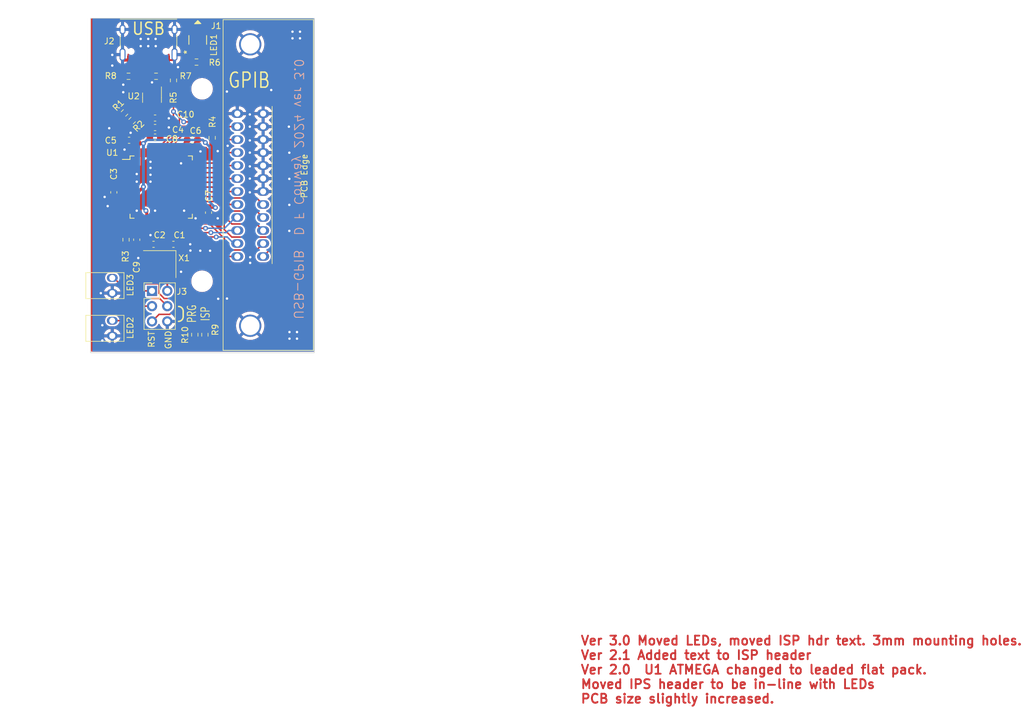
<source format=kicad_pcb>
(kicad_pcb (version 20240108) (generator "pcbnew") (generator_version "8.0")
  (title_block (title "USB - GPIB Adapter") (date "5 Nov 2024") (rev "C"))
  (layers (0 "F.Cu" signal) (31 "B.Cu" signal) (34 "B.Paste" user) (35 "F.Paste" user) (36 "B.SilkS" user "B.Silkscreen") (37 "F.SilkS" user "F.Silkscreen") (38 "B.Mask" user) (39 "F.Mask" user) (44 "Edge.Cuts" user))
  (net 0 "")
  (net 1 "GND")
  (net 8 "USB_D-")
  (net 9 "USB_D+")
  (net 10 "UCAP")
  (net 11 "VBUS")
  (net 12 "~{RESET}")
  (net 13 "XTAL2")
  (net 14 "XTAL1")
  (net 15 "DIO1")
  (net 16 "DIO2")
  (net 17 "DIO3")
  (net 18 "DIO4")
  (net 19 "EOI")
  (net 20 "DAV")
  (net 21 "NRFD")
  (net 22 "NDAC")
  (net 23 "IFC")
  (net 24 "SRQ")
  (net 25 "ATN")
  (net 26 "DIO5")
  (net 27 "DIO6")
  (net 28 "DIO7")
  (net 29 "DIO8")
  (net 30 "REN")
  (net 31 "CIPO")
  (net 32 "SCLK")
  (net 33 "COPI")
  (net 38 "/LED_GRN")
  (net 39 "/LED_RED")
  (net 40 "LED_G")
  (net 41 "LED_R")
  (net 42 "USB_R+")
  (net 43 "USB_R-")
  (net 44 "/CC1")
  (net 45 "/CC2")
  (net 46 "/LED_GR")
  (net 47 "/LED_RD")
  (footprint "Capacitor_SMD:C_0603_1608Metric_Pad1.08x0.95mm_HandSolder" (layer "F.Cu") (at 106.934 101.854)
    (property "Reference" "C2")
    (property "Value" "22pF")
  )
  (footprint "Resistor_SMD:R_0603_1608Metric_Pad0.98x0.95mm_HandSolder" (layer "F.Cu") (at 113.792 116.8908 -90)
    (property "Reference" "R10")
    (property "Value" "470R")
  )
  (footprint "Capacitor_SMD:C_0603_1608Metric_Pad1.08x0.95mm_HandSolder" (layer "F.Cu") (at 113.375 84.5 180)
    (property "Reference" "C6")
    (property "Value" "100n")
  )
  (footprint "Resistor_SMD:R_0603_1608Metric_Pad0.98x0.95mm_HandSolder" (layer "F.Cu") (at 107.35 73.914 180)
    (property "Reference" "R7")
    (property "Value" "5k1")
  )
  (footprint "Resistor_SMD:R_0603_1608Metric_Pad0.98x0.95mm_HandSolder" (layer "F.Cu") (at 102.775 73.914 180)
    (property "Reference" "R8")
    (property "Value" "5k1")
  )
  (footprint "Resistor_SMD:R_0603_1608Metric_Pad0.98x0.95mm_HandSolder" (layer "F.Cu") (at 115.4684 116.8927 -90)
    (property "Reference" "R9")
    (property "Value" "470R")
  )
  (footprint "Capacitor_SMD:C_0603_1608Metric_Pad1.08x0.95mm_HandSolder" (layer "F.Cu") (at 102.87 84.55 180)
    (property "Reference" "C5")
    (property "Value" "100n")
  )
  (footprint "MountingHole:MountingHole_2.7mm_M2.5_DIN965" (layer "F.Cu") (at 115 108.0008)
    (property "Reference" "H1" (hide yes))
    (property "Value" "MountingHole")
  )
  (footprint "Resistor_SMD:R_0603_1608Metric_Pad0.98x0.95mm_HandSolder" (layer "F.Cu") (at 102.108 80.01 -135)
    (property "Reference" "R1")
    (property "Value" "22R")
  )
  (footprint "Package_QFP:TQFP-44_10x10mm_P0.8mm" (layer "F.Cu") (at 108.204 92.34)
    (property "Reference" "U1")
    (property "Value" "ATmega32U4-M")
  )
  (footprint "MountingHole:MountingHole_2.7mm_M2.5_DIN965" (layer "F.Cu") (at 115 75.9968)
    (property "Reference" "H2" (hide yes))
    (property "Value" "MountingHole")
  )
  (footprint "LED_THT:LED_D3.0_Horizontal_Dialight_Z5mm" (layer "F.Cu") (at 100.076 115.834 -90)
    (property "Reference" "LED2")
    (property "Value" "551-0207F")
  )
  (footprint "Capacitor_SMD:C_0603_1608Metric_Pad1.08x0.95mm_HandSolder" (layer "F.Cu") (at 107.188 82.44)
    (property "Reference" "C4")
    (property "Value" "10u")
  )
  (footprint "Resistor_SMD:R_0603_1608Metric_Pad0.98x0.95mm_HandSolder" (layer "F.Cu") (at 103.378 81.28 -135)
    (property "Reference" "R2")
    (property "Value" "22R")
  )
  (footprint "Capacitor_SMD:C_0603_1608Metric_Pad1.08x0.95mm_HandSolder" (layer "F.Cu") (at 107.188 84.02)
    (property "Reference" "C8")
    (property "Value" "100n")
  )
  (footprint "Resistor_SMD:R_0603_1608Metric_Pad0.98x0.95mm_HandSolder" (layer "F.Cu") (at 114.075 71.55)
    (property "Reference" "R6")
    (property "Value" "470R")
  )
  (footprint "Connector_USB:USB_C_Receptacle_HRO_TYPE-C-31-M-12" (layer "F.Cu") (at 106.1 67.175 180)
    (property "Reference" "J2")
    (property "Value" "USB_C_Receptacle_USB2.0")
  )
  (footprint "LED_THT:LED_D3.0_Horizontal_Dialight_Z5mm" (layer "F.Cu") (at 100.076 108.722 -90)
    (property "Reference" "LED3")
    (property "Value" "551-0407F")
  )
  (footprint "myfootprints:112-024-113R001" (layer "F.Cu") (at 123 92 90)
    (property "Reference" "J1")
    (property "Value" "Conn_02x12_Top_Bottom_Shielded")
  )
  (footprint "Capacitor_SMD:C_0603_1608Metric_Pad1.08x0.95mm_HandSolder" (layer "F.Cu") (at 116.078 96.59 -90)
    (property "Reference" "C7")
    (property "Value" "100n")
  )
  (footprint "Capacitor_SMD:C_0603_1608Metric_Pad1.08x0.95mm_HandSolder" (layer "F.Cu") (at 110.236 101.854 180)
    (property "Reference" "C1")
    (property "Value" "22pF")
  )
  (footprint "LED_SMD:HSMF-C155" (layer "F.Cu") (at 114.28 67.87 90)
    (property "Reference" "LED1")
    (property "Value" "HSMF-C155" (hide yes))
  )
  (footprint "Capacitor_SMD:C_0603_1608Metric_Pad1.08x0.95mm_HandSolder" (layer "F.Cu") (at 107.188 80.86)
    (property "Reference" "C10")
    (property "Value" "100n")
  )
  (footprint "Package_TO_SOT_SMD:SOT-23-6" (layer "F.Cu") (at 106.68 77.47 -90)
    (property "Reference" "U2")
    (property "Value" "USBLC6-4SC6")
  )
  (footprint "Crystal:Crystal_SMD_3225-4Pin_3.2x2.5mm_HandSoldering" (layer "F.Cu") (at 107.95 105.156 180)
    (property "Reference" "X1")
    (property "Value" "Crystal | 16MHz")
  )
  (footprint "Capacitor_SMD:C_0603_1608Metric_Pad1.08x0.95mm_HandSolder" (layer "F.Cu") (at 104.14 101.092 -90)
    (property "Reference" "C9")
    (property "Value" "100n")
  )
  (footprint "Connector_PinHeader_2.54mm:PinHeader_2x03_P2.54mm_Vertical" (layer "F.Cu") (at 106.68 109.601)
    (property "Reference" "J3")
    (property "Value" "AVR-ISP-6")
  )
  (footprint "Resistor_SMD:R_0603_1608Metric_Pad0.98x0.95mm_HandSolder" (layer "F.Cu") (at 102.362 101.092 90)
    (property "Reference" "R3")
    (property "Value" "2k2")
  )
  (footprint "Capacitor_SMD:C_0603_1608Metric_Pad1.08x0.95mm_HandSolder" (layer "F.Cu") (at 100.33 93.218 -90)
    (property "Reference" "C3")
    (property "Value" "1u")
  )
  (footprint "Resistor_SMD:R_0603_1608Metric_Pad0.98x0.95mm_HandSolder" (layer "F.Cu") (at 116.675 84.15 -90)
    (property "Reference" "R4")
    (property "Value" "100k")
  )
  (footprint "Resistor_SMD:R_0603_1608Metric_Pad0.98x0.95mm_HandSolder" (layer "F.Cu") (at 110.25 74.6 90)
    (property "Reference" "R5")
    (property "Value" "470R")
  )
  (gr_arc (start 111.861472 113.894096) (mid 111.633015 114.445639) (end 111.081472 114.674096) (stroke (width 0.25)) (layer "F.SilkS"))
  (gr_arc (start 111.101472 112.198704) (mid 111.64022 112.434097) (end 111.861728 112.978704) (stroke (width 0.25)) (layer "F.SilkS"))
  (gr_line (start 111.861728 112.978704) (end 111.861472 113.894096) (stroke (width 0.25)) (layer "F.SilkS"))
  (gr_rect (start 96.4595 64.262) (end 133.6645 119.888) (stroke (width 0.1)) (fill none) (layer "Edge.Cuts"))
  (gr_text "Ver 3.0 Moved LEDs, moved ISP hdr text. 3mm mounting holes.\nVer 2.1 Added text to ISP header\nVer 2.0  U1 ATMEGA changed to leaded flat pack.\nMoved IPS header to be in-line with LEDs\nPCB size slightly increased." (at 177.8 172.593 0) (layer "F.Cu") (effects (font (size 1.5 1.5) (thickness 0.3)) (justify left)))
  (gr_text "D F Conway 2024 ver 3.0" (at 131.064 85.6996 270) (layer "B.SilkS") (effects (font (size 1.5 1.5)) (justify mirror)))
  (gr_text "USB-GPIB" (at 131.0132 108.5596 -90) (layer "B.SilkS") (effects (font (size 1.5 1.5)) (justify mirror)))
  (gr_text "GPIB" (at 122.825 74.575 0) (layer "F.SilkS") (effects (font (size 2.5 2) (thickness 0.25))))
  (gr_text "USB" (at 106.1 66 0) (layer "F.SilkS") (effects (font (size 2 1.8) (thickness 0.25))))
  (gr_text "RST" (at 107.188 119.126 90) (layer "F.SilkS") (effects (font (size 1 1)) (justify left bottom)))
  (gr_text "GND" (at 109.982 119.38 90) (layer "F.SilkS") (effects (font (size 1 1)) (justify left bottom)))
  (gr_text "PRG\nISP" (at 114.427 113.411 90) (layer "F.SilkS") (effects (font (size 1.4 1))))
  (segment (start 113.075 102.885) (end 113.06 102.9) (width 0.3) (layer "F.Cu") (net 1))
  (segment (start 102.85 71.22) (end 101.78 71.22) (width 0.3) (layer "F.Cu") (net 1))
  (segment (start 101.8625 73.725) (end 101.9 73.7625) (width 0.25) (layer "F.Cu") (net 1))
  (segment (start 111.404 85.6085) (end 112.5125 84.5) (width 0.25) (layer "F.Cu") (net 1))
  (segment (start 106.68 76.3775) (end 106.67 76.3875) (width 0.25) (layer "F.Cu") (net 1))
  (segment (start 109.35 71.22) (end 110.42 71.22) (width 0.3) (layer "F.Cu") (net 1))
  (segment (start 111.404 86.64) (end 111.404 85.6085) (width 0.25) (layer "F.Cu") (net 1))
  (segment (start 106.68 74.93) (end 106.4375 74.6875) (width 0.25) (layer "F.Cu") (net 1))
  (segment (start 110.42 71.22) (end 110.42 70.305) (width 0.3) (layer "F.Cu") (net 1))
  (segment (start 101.9 73.7625) (end 101.9 75.3125) (width 0.25) (layer "F.Cu") (net 1))
  (segment (start 101.78 71.22) (end 101.78 70.305) (width 0.3) (layer "F.Cu") (net 1))
  (segment (start 106.4375 74.6875) (end 106.4375 73.7) (width 0.25) (layer "F.Cu") (net 1))
  (via (at 101.9 75.3125) (size 0.8) (drill 0.4) (layers "F.Cu" "B.Cu") (net 1))
  (via (at 106.68 74.93) (size 0.8) (drill 0.4) (layers "F.Cu" "B.Cu") (net 1))
  (via (at 122.936 88.9) (size 0.8) (drill 0.4) (layers "F.Cu" "B.Cu") (net 1))
  (via (at 129.5 95.3) (size 0.8) (drill 0.4) (layers "F.Cu" "B.Cu") (net 1))
  (via (at 131.275 67.6) (size 0.8) (drill 0.4) (layers "F.Cu" "B.Cu") (net 1))
  (via (at 130.775 117.55) (size 0.8) (drill 0.4) (layers "F.Cu" "B.Cu") (net 1))
  (via (at 100.076 70.358) (size 0.8) (drill 0.4) (layers "F.Cu" "B.Cu") (net 1))
  (via (at 104.8 67.7) (size 0.8) (drill 0.4) (layers "F.Cu" "B.Cu") (net 1))
  (via (at 99.314 95.504) (size 0.8) (drill 0.4) (layers "F.Cu" "B.Cu") (net 1))
  (via (at 106.426 100.33) (size 0.8) (drill 0.4) (layers "F.Cu" "B.Cu") (net 1))
  (via (at 107.275 67.7) (size 0.8) (drill 0.4) (layers "F.Cu" "B.Cu") (net 1))
  (via (at 109.474 82.42) (size 0.8) (drill 0.4) (layers "F.Cu" "B.Cu") (net 1))
  (via (at 114.73 86.41) (size 0.8) (drill 0.4) (layers "F.Cu" "B.Cu") (net 1))
  (via (at 129.525 116.45) (size 0.8) (drill 0.4) (layers "F.Cu" "B.Cu") (net 1))
  (via (at 106.05 67.7) (size 0.8) (drill 0.4) (layers "F.Cu" "B.Cu") (net 1))
  (via (at 103.124 83.312) (size 0.8) (drill 0.4) (layers "F.Cu" "B.Cu") (net 1))
  (via (at 113.919 97.536) (size 0.8) (drill 0.4) (layers "F.Cu" "B.Cu") (net 1))
  (via (at 106.05 68.9) (size 0.8) (drill 0.4) (layers "F.Cu" "B.Cu") (net 1))
  (via (at 122.936 84.582) (size 0.8) (drill 0.4) (layers "F.Cu" "B.Cu") (net 1))
  (via (at 106.426 88.138) (size 0.8) (drill 0.4) (layers "F.Cu" "B.Cu") (net 1))
  (via (at 122.936 90.932) (size 0.8) (drill 0.4) (layers "F.Cu" "B.Cu") (net 1))
  (via (at 106.426 90.297) (size 0.8) (drill 0.4) (layers "F.Cu" "B.Cu") (net 1))
  (via (at 130.025 66.5) (size 0.8) (drill 0.4) (layers "F.Cu" "B.Cu") (net 1))
  (via (at 112.014 96.266) (size 0.8) (drill 0.4) (layers "F.Cu" "B.Cu") (net 1))
  (via (at 100.076 72.136) (size 0.8) (drill 0.4) (layers "F.Cu" "B.Cu") (net 1))
  (via (at 110.998 72.39) (size 0.8) (drill 0.4) (layers "F.Cu" "B.Cu") (net 1))
  (via (at 104.8 68.9) (size 0.8) (drill 0.4) (layers "F.Cu" "B.Cu") (net 1))
  (via (at 129.5 86.625) (size 0.8) (drill 0.4) (layers "F.Cu" "B.Cu") (net 1))
  (via (at 98.171 109.982) (size 0.8) (drill 0.4) (layers "F.Cu" "B.Cu") (net 1))
  (via (at 119.253 85.471) (size 0.8) (drill 0.4) (layers "F.Cu" "B.Cu") (net 1))
  (via (at 126.492 76.2) (size 0.8) (drill 0.4) (layers "F.Cu" "B.Cu") (net 1))
  (via (at 113.06 102.9) (size 0.8) (drill 0.4) (layers "F.Cu" "B.Cu") (net 1))
  (via (at 107.188 96.266) (size 0.8) (drill 0.4) (layers "F.Cu" "B.Cu") (net 1))
  (via (at 101.9 76.5625) (size 0.8) (drill 0.4) (layers "F.Cu" "B.Cu") (net 1))
  (via (at 114.7 102.925) (size 0.8) (drill 0.4) (layers "F.Cu" "B.Cu") (net 1))
  (via (at 123 104) (size 0.8) (drill 0.4) (layers "F.Cu" "B.Cu") (net 1))
  (via (at 122.936 93.218) (size 0.8) (drill 0.4) (layers "F.Cu" "B.Cu") (net 1))
  (via (at 119.14 110.88) (size 0.8) (drill 0.4) (layers "F.Cu" "B.Cu") (net 1))
  (via (at 122.936 86.614) (size 0.8) (drill 0.4) (layers "F.Cu" "B.Cu") (net 1))
  (via (at 104.14 96.266) (size 0.8) (drill 0.4) (layers "F.Cu" "B.Cu") (net 1))
  (via (at 122.936 80.264) (size 0.8) (drill 0.4) (layers "F.Cu" "B.Cu") (net 1))
  (via (at 116.332 102.925) (size 0.8) (drill 0.4) (layers "F.Cu" "B.Cu") (net 1))
  (via (at 106.426 91.44) (size 0.8) (drill 0.4) (layers "F.Cu" "B.Cu") (net 1))
  (via (at 104.14 90.17) (size 0.8) (drill 0.4) (layers "F.Cu" "B.Cu") (net 1))
  (via (at 106.426 89.154) (size 0.8) (drill 0.4) (layers "F.Cu" "B.Cu") (net 1))
  (via (at 117.602 86.36) (size 0.8) (drill 0.4) (layers "F.Cu" "B.Cu") (net 1))
  (via (at 98.425 117.856) (size 0.8) (drill 0.4) (layers "F.Cu" "B.Cu") (net 1))
  (via (at 98.425 115.316) (size 0.8) (drill 0.4) (layers "F.Cu" "B.Cu") (net 1))
  (via (at 99.568 82.55) (size 0.8) (drill 0.4) (layers "F.Cu" "B.Cu") (net 1))
  (via (at 111.506 106.426) (size 0.8) (drill 0.4) (layers "F.Cu" "B.Cu") (net 1))
  (via (at 122.99 104.95) (size 0.8) (drill 0.4) (layers "F.Cu" "B.Cu") (net 1))
  (via (at 131.275 66.5) (size 0.8) (drill 0.4) (layers "F.Cu" "B.Cu") (net 1))
  (via (at 117.68 110.92) (size 0.8) (drill 0.4) (layers "F.Cu" "B.Cu") (net 1))
  (via (at 113.03 101.854) (size 0.8) (drill 0.4) (layers "F.Cu" "B.Cu") (net 1))
  (via (at 111.506 88.392) (size 0.8) (drill 0.4) (layers "F.Cu" "B.Cu") (net 1))
  (via (at 117.602 97.536) (size 0.8) (drill 0.4) (layers "F.Cu" "B.Cu") (net 1))
  (via (at 129.525 117.55) (size 0.8) (drill 0.4) (layers "F.Cu" "B.Cu") (net 1))
  (via (at 129.5 90.975) (size 0.8) (drill 0.4) (layers "F.Cu" "B.Cu") (net 1))
  (via (at 102.108 86.106) (size 0.8) (drill 0.4) (layers "F.Cu" "B.Cu") (net 1))
  (via (at 130.775 116.45) (size 0.8) (drill 0.4) (layers "F.Cu" "B.Cu") (net 1))
  (via (at 109.474 80.9) (size 0.8) (drill 0.4) (layers "F.Cu" "B.Cu") (net 1))
  (via (at 98.806 93.98) (size 0.8) (drill 0.4) (layers "F.Cu" "B.Cu") (net 1))
  (via (at 119.126 76.454) (size 0.8) (drill 0.4) (layers "F.Cu" "B.Cu") (net 1))
  (via (at 130.025 67.6) (size 0.8) (drill 0.4) (layers "F.Cu" "B.Cu") (net 1))
  (via (at 122.936 82.296) (size 0.8) (drill 0.4) (layers "F.Cu" "B.Cu") (net 1))
  (via (at 107.3 68.9) (size 0.8) (drill 0.4) (layers "F.Cu" "B.Cu") (net 1))
  (via (at 129.425 82.296) (size 0.8) (drill 0.4) (layers "F.Cu" "B.Cu") (net 1))
  (via (at 104.14 91.44) (size 0.8) (drill 0.4) (layers "F.Cu" "B.Cu") (net 1))
  (via (at 129.5 99.625) (size 0.8) (drill 0.4) (layers "F.Cu" "B.Cu") (net 1))
  (via (at 104.394 104.14) (size 0.8) (drill 0.4) (layers "F.Cu" "B.Cu") (net 1))
  (segment (start 100.476 89.242314) (end 101.173686 89.94) (width 0.2) (layer "F.Cu") (net 8))
  (segment (start 101.173686 89.94) (end 102.504 89.94) (width 0.2) (layer "F.Cu") (net 8))
  (segment (start 100.476 84.182) (end 100.476 89.242314) (width 0.2) (layer "F.Cu") (net 8))
  (segment (start 102.732765 81.925235) (end 100.476 84.182) (width 0.2) (layer "F.Cu") (net 8))
  (segment (start 100.076 89.407999) (end 100.076 84.016314) (width 0.2) (layer "F.Cu") (net 9))
  (segment (start 100.838 83.254314) (end 100.838 81.28) (width 0.2) (layer "F.Cu") (net 9))
  (segment (start 102.504 90.74) (end 101.408 90.74) (width 0.2) (layer "F.Cu") (net 9))
  (segment (start 101.408 90.74) (end 100.076 89.407999) (width 0.2) (layer "F.Cu") (net 9))
  (segment (start 100.076 84.016314) (end 100.838 83.254314) (width 0.2) (layer "F.Cu") (net 9))
  (segment (start 100.838 81.28) (end 101.462765 80.655235) (width 0.2) (layer "F.Cu") (net 9))
  (segment (start 102.504 92.34) (end 100.3455 92.34) (width 0.3) (layer "F.Cu") (net 10))
  (segment (start 100.3455 92.34) (end 100.33 92.3555) (width 0.3) (layer "F.Cu") (net 10))
  (segment (start 108.55 72.2) (end 108.55 71.22) (width 0.5) (layer "F.Cu") (net 11))
  (segment (start 116.110362 95.759862) (end 115.8905 95.54) (width 0.4) (layer "F.Cu") (net 11))
  (segment (start 105.804 96.406) (end 105.664 96.266) (width 0.5) (layer "F.Cu") (net 11))
  (segment (start 103.65 70.575) (end 104.5 69.725) (width 0.25) (layer "F.Cu") (net 11))
  (segment (start 106.3255 82.44) (end 106.3255 84.02) (width 0.5) (layer "F.Cu") (net 11))
  (segment (start 105.157 107.951) (end 108.713 107.951) (width 0.3) (layer "F.Cu") (net 11))
  (segment (start 108.713 107.951) (end 109.22 108.458) (width 0.3) (layer "F.Cu") (net 11))
  (segment (start 104.204 86.64) (end 104.204 85.64) (width 0.5) (layer "F.Cu") (net 11))
  (segment (start 104.754 85.09) (end 105.25 85.09) (width 0.5) (layer "F.Cu") (net 11))
  (segment (start 104.204 85.64) (end 104.754 85.09) (width 0.5) (layer "F.Cu") (net 11))
  (segment (start 102.362 105.156) (end 105.157 107.951) (width 0.3) (layer "F.Cu") (net 11))
  (segment (start 104.14 100.2295) (end 104.7485 100.2295) (width 0.3) (layer "F.Cu") (net 11))
  (segment (start 112.204 86.5335) (end 114.2375 84.5) (width 0.25) (layer "F.Cu") (net 11))
  (segment (start 105.25 85.09) (end 105.2555 85.09) (width 0.4) (layer "F.Cu") (net 11))
  (segment (start 104.406 93.14) (end 105.25 92.296) (width 0.5) (layer "F.Cu") (net 11))
  (segment (start 106.68 78.6075) (end 106.68 79.72) (width 0.5) (layer "F.Cu") (net 11))
  (segment (start 105.804 99.174) (end 105.804 98.04) (width 0.3) (layer "F.Cu") (net 11))
  (segment (start 115.5375 84.9375) (end 115.1 84.5) (width 0.4) (layer "F.Cu") (net 11))
  (segment (start 102.362 102.0045) (end 102.365 102.0045) (width 0.25) (layer "F.Cu") (net 11))
  (segment (start 117.210076 95.759862) (end 116.110362 95.759862) (width 0.4) (layer "F.Cu") (net 11))
  (segment (start 102.504 93.14) (end 104.406 93.14) (width 0.5) (layer "F.Cu") (net 11))
  (segment (start 109.25 79.218) (end 109.25 72.9) (width 0.5) (layer "F.Cu") (net 11))
  (segment (start 115.8905 95.54) (end 113.904 95.54) (width 0.4) (layer "F.Cu") (net 11))
  (segment (start 103.65 71.22) (end 103.65 70.575) (width 0.25) (layer "F.Cu") (net 11))
  (segment (start 104.902 85.09) (end 104.362 84.55) (width 0.4) (layer "F.Cu") (net 11))
  (segment (start 106.68 79.72) (end 108.748 79.72) (width 0.5) (layer "F.Cu") (net 11))
  (segment (start 102.365 102.0045) (end 104.14 100.2295) (width 0.3) (layer "F.Cu") (net 11))
  (segment (start 102.362 102.0045) (end 102.362 105.156) (width 0.3) (layer "F.Cu") (net 11))
  (segment (start 104.5 69.725) (end 107.7 69.725) (width 0.25) (layer "F.Cu") (net 11))
  (segment (start 106.3255 80.1105) (end 106.3255 80.86) (width 0.5) (layer "F.Cu") (net 11))
  (segment (start 105.25 85.09) (end 104.902 85.09) (width 0.4) (layer "F.Cu") (net 11))
  (segment (start 108.55 70.575) (end 108.55 71.22) (width 0.25) (layer "F.Cu") (net 11))
  (segment (start 106.3255 80.86) (end 106.3255 82.44) (width 0.5) (layer "F.Cu") (net 11))
  (segment (start 105.804 98.04) (end 105.804 96.406) (width 0.5) (layer "F.Cu") (net 11))
  (segment (start 103.646 89.14) (end 104.204 88.582) (width 0.5) (layer "F.Cu") (net 11))
  (segment (start 115.1 84.5) (end 114.2375 84.5) (width 0.4) (layer "F.Cu") (net 11))
  (segment (start 107.7 69.725) (end 108.55 70.575) (width 0.25) (layer "F.Cu") (net 11))
  (segment (start 105.2555 85.09) (end 106.3255 84.02) (width 0.4) (layer "F.Cu") (net 11))
  (segment (start 104.7485 100.2295) (end 105.804 99.174) (width 0.3) (layer "F.Cu") (net 11))
  (segment (start 106.68 79.72) (end 106.68 79.756) (width 0.5) (layer "F.Cu") (net 11))
  (segment (start 104.204 88.582) (end 104.204 86.64) (width 0.5) (layer "F.Cu") (net 11))
  (segment (start 104.362 84.55) (end 103.7325 84.55) (width 0.4) (layer "F.Cu") (net 11))
  (segment (start 109.25 72.9) (end 108.55 72.2) (width 0.5) (layer "F.Cu") (net 11))
  (segment (start 108.748 79.72) (end 109.25 79.218) (width 0.5) (layer "F.Cu") (net 11))
  (segment (start 112.204 86.64) (end 112.204 86.5335) (width 0.25) (layer "F.Cu") (net 11))
  (segment (start 102.504 89.14) (end 103.646 89.14) (width 0.5) (layer "F.Cu") (net 11))
  (segment (start 106.68 79.756) (end 106.3255 80.1105) (width 0.5) (layer "F.Cu") (net 11))
  (segment (start 109.22 108.458) (end 109.22 109.601) (width 0.3) (layer "F.Cu") (net 11))
  (via (at 105.25 92.296) (size 0.8) (drill 0.4) (layers "F.Cu" "B.Cu") (net 11))
  (via (at 105.664 96.266) (size 0.8) (drill 0.4) (layers "F.Cu" "B.Cu") (net 11))
  (via (at 117.210076 95.759862) (size 0.8) (drill 0.4) (layers "F.Cu" "B.Cu") (net 11))
  (via (at 115.5375 84.9375) (size 0.8) (drill 0.4) (layers "F.Cu" "B.Cu") (net 11))
  (via (at 105.25 85.09) (size 0.8) (drill 0.4) (layers "F.Cu" "B.Cu") (net 11))
  (segment (start 105.25 92.296) (end 105.25 95.852) (width 0.5) (layer "B.Cu") (net 11))
  (segment (start 116.25 85.65) (end 115.5375 84.9375) (width 0.4) (layer "B.Cu") (net 11))
  (segment (start 117.210076 95.759862) (end 116.25 94.799786) (width 0.4) (layer "B.Cu") (net 11))
  (segment (start 105.25 95.852) (end 105.664 96.266) (width 0.5) (layer "B.Cu") (net 11))
  (segment (start 105.25 85.09) (end 105.84 84.5) (width 0.4) (layer "B.Cu") (net 11))
  (segment (start 116.25 94.799786) (end 116.25 85.65) (width 0.4) (layer "B.Cu") (net 11))
  (segment (start 105.84 84.5) (end 115.1 84.5) (width 0.4) (layer "B.Cu") (net 11))
  (segment (start 105.25 85.09) (end 105.25 92.296) (width 0.5) (layer "B.Cu") (net 11))
  (segment (start 115.1 84.5) (end 115.5375 84.9375) (width 0.4) (layer "B.Cu") (net 11))
  (segment (start 107.855 108.426) (end 107.855 110.014) (width 0.25) (layer "F.Cu") (net 12))
  (segment (start 101.346 104.900604) (end 104.871396 108.426) (width 0.25) (layer "F.Cu") (net 12))
  (segment (start 104.595 99.367) (end 105.004 98.958) (width 0.25) (layer "F.Cu") (net 12))
  (segment (start 108.712 110.871) (end 109.733351 110.871) (width 0.25) (layer "F.Cu") (net 12))
  (segment (start 103.124 99.367) (end 104.595 99.367) (width 0.25) (layer "F.Cu") (net 12))
  (segment (start 104.871396 108.426) (end 107.855 108.426) (width 0.25) (layer "F.Cu") (net 12))
  (segment (start 105.004 98.958) (end 105.004 98.04) (width 0.25) (layer "F.Cu") (net 12))
  (segment (start 107.855 113.506) (end 106.68 114.681) (width 0.25) (layer "F.Cu") (net 12))
  (segment (start 107.855 110.014) (end 108.712 110.871) (width 0.25) (layer "F.Cu") (net 12))
  (segment (start 109.733351 110.871) (end 110.49 111.627649) (width 0.25) (layer "F.Cu") (net 12))
  (segment (start 102.362 100.1795) (end 102.362 100.129) (width 0.25) (layer "F.Cu") (net 12))
  (segment (start 102.362 100.1795) (end 102.362 100.203) (width 0.25) (layer "F.Cu") (net 12))
  (segment (start 109.633 113.506) (end 107.855 113.506) (width 0.25) (layer "F.Cu") (net 12))
  (segment (start 110.49 111.627649) (end 110.49 112.649) (width 0.25) (layer "F.Cu") (net 12))
  (segment (start 102.362 100.203) (end 101.346 101.219) (width 0.25) (layer "F.Cu") (net 12))
  (segment (start 101.346 101.219) (end 101.346 104.900604) (width 0.25) (layer "F.Cu") (net 12))
  (segment (start 102.362 100.129) (end 103.124 99.367) (width 0.25) (layer "F.Cu") (net 12))
  (segment (start 110.49 112.649) (end 109.633 113.506) (width 0.25) (layer "F.Cu") (net 12))
  (segment (start 106.5 106.306) (end 106.8 106.306) (width 0.25) (layer "F.Cu") (net 13))
  (segment (start 107.95 102.0075) (end 107.7965 101.854) (width 0.25) (layer "F.Cu") (net 13))
  (segment (start 106.8 106.306) (end 107.95 105.156) (width 0.25) (layer "F.Cu") (net 13))
  (segment (start 107.95 105.156) (end 107.95 102.0075) (width 0.25) (layer "F.Cu") (net 13))
  (segment (start 107.7965 100.331) (end 107.7965 101.854) (width 0.25) (layer "F.Cu") (net 13))
  (segment (start 107.404 99.9385) (end 107.7965 100.331) (width 0.25) (layer "F.Cu") (net 13))
  (segment (start 107.404 98.04) (end 107.404 99.9385) (width 0.25) (layer "F.Cu") (net 13))
  (segment (start 109.3735 103.9795) (end 109.4 104.006) (width 0.25) (layer "F.Cu") (net 14))
  (segment (start 109.3735 100.7375) (end 109.3735 101.854) (width 0.25) (layer "F.Cu") (net 14))
  (segment (start 108.204 99.568) (end 109.3735 100.7375) (width 0.25) (layer "F.Cu") (net 14))
  (segment (start 108.204 98.04) (end 108.204 99.568) (width 0.25) (layer "F.Cu") (net 14))
  (segment (start 109.3735 101.854) (end 109.3735 103.9795) (width 0.25) (layer "F.Cu") (net 14))
  (segment (start 109.004 99.098) (end 109.004 98.04) (width 0.25) (layer "F.Cu") (net 15))
  (segment (start 120.855 103.88) (end 119.374 103.88) (width 0.25) (layer "F.Cu") (net 15))
  (segment (start 114.922957 101.092) (end 114.367604 100.536647) (width 0.25) (layer "F.Cu") (net 15))
  (segment (start 110.442647 100.536647) (end 109.004 99.098) (width 0.25) (layer "F.Cu") (net 15))
  (segment (start 119.374 103.88) (end 116.586 101.092) (width 0.25) (layer "F.Cu") (net 15))
  (segment (start 114.367604 100.536647) (end 110.442647 100.536647) (width 0.25) (layer "F.Cu") (net 15))
  (segment (start 116.586 101.092) (end 114.922957 101.092) (width 0.25) (layer "F.Cu") (net 15))
  (segment (start 114.554 100.086647) (end 110.754647 100.086647) (width 0.25) (layer "F.Cu") (net 16))
  (segment (start 115.103 100.635647) (end 114.554 100.086647) (width 0.25) (layer "F.Cu") (net 16))
  (segment (start 109.804 99.136) (end 109.804 98.04) (width 0.25) (layer "F.Cu") (net 16))
  (segment (start 117.348 100.635647) (end 115.103 100.635647) (width 0.25) (layer "F.Cu") (net 16))
  (segment (start 110.754647 100.086647) (end 109.804 99.136) (width 0.25) (layer "F.Cu") (net 16))
  (via (at 117.348 100.635647) (size 0.8) (drill 0.4) (layers "F.Cu" "B.Cu") (net 16))
  (segment (start 120.262 101.72) (end 120.855 101.72) (width 0.25) (layer "B.Cu") (net 16))
  (segment (start 117.348 100.635647) (end 119.177647 100.635647) (width 0.25) (layer "B.Cu") (net 16))
  (segment (start 119.177647 100.635647) (end 120.262 101.72) (width 0.25) (layer "B.Cu") (net 16))
  (segment (start 116.459355 99.911147) (end 116.459855 99.911647) (width 0.25) (layer "F.Cu") (net 17))
  (segment (start 111.066647 99.636647) (end 110.604 99.174) (width 0.25) (layer "F.Cu") (net 17))
  (segment (start 115.142342 99.911647) (end 114.867342 99.636647) (width 0.25) (layer "F.Cu") (net 17))
  (segment (start 110.604 99.174) (end 110.604 98.04) (width 0.25) (layer "F.Cu") (net 17))
  (segment (start 116.459855 99.911647) (end 115.142342 99.911647) (width 0.25) (layer "F.Cu") (net 17))
  (segment (start 114.867342 99.636647) (end 111.066647 99.636647) (width 0.25) (layer "F.Cu") (net 17))
  (via (at 116.459355 99.911147) (size 0.8) (drill 0.4) (layers "F.Cu" "B.Cu") (net 17))
  (segment (start 116.459355 99.911147) (end 119.036853 99.911147) (width 0.25) (layer "B.Cu") (net 17))
  (segment (start 119.036853 99.911147) (end 119.388 99.56) (width 0.25) (layer "B.Cu") (net 17))
  (segment (start 119.388 99.56) (end 120.855 99.56) (width 0.25) (layer "B.Cu") (net 17))
  (segment (start 115.57 99.186647) (end 111.632647 99.186647) (width 0.25) (layer "F.Cu") (net 18))
  (segment (start 111.404 98.958) (end 111.404 98.04) (width 0.25) (layer "F.Cu") (net 18))
  (segment (start 111.632647 99.186647) (end 111.404 98.958) (width 0.25) (layer "F.Cu") (net 18))
  (via (at 115.57 99.186647) (size 0.8) (drill 0.4) (layers "F.Cu" "B.Cu") (net 18))
  (segment (start 118.745353 99.186647) (end 120.532 97.4) (width 0.25) (layer "B.Cu") (net 18))
  (segment (start 120.532 97.4) (end 120.855 97.4) (width 0.25) (layer "B.Cu") (net 18))
  (segment (start 115.57 99.186647) (end 118.745353 99.186647) (width 0.25) (layer "B.Cu") (net 18))
  (segment (start 119.624 95.24) (end 120.855 95.24) (width 0.25) (layer "F.Cu") (net 19))
  (segment (start 116.724 92.34) (end 119.624 95.24) (width 0.25) (layer "F.Cu") (net 19))
  (segment (start 113.904 92.34) (end 116.724 92.34) (width 0.25) (layer "F.Cu") (net 19))
  (segment (start 113.904 90.74) (end 117.030396 90.74) (width 0.25) (layer "F.Cu") (net 20))
  (segment (start 119.370396 93.08) (end 120.83 93.08) (width 0.25) (layer "F.Cu") (net 20))
  (segment (start 117.030396 90.74) (end 119.370396 93.08) (width 0.25) (layer "F.Cu") (net 20))
  (segment (start 113.904 89.94) (end 118.134 89.94) (width 0.25) (layer "F.Cu") (net 21))
  (segment (start 118.134 89.94) (end 119.114 90.92) (width 0.25) (layer "F.Cu") (net 21))
  (segment (start 119.114 90.92) (end 120.855 90.92) (width 0.25) (layer "F.Cu") (net 21))
  (segment (start 118.886 89.14) (end 113.904 89.14) (width 0.25) (layer "F.Cu") (net 22))
  (segment (start 119.266 88.76) (end 118.886 89.14) (width 0.25) (layer "F.Cu") (net 22))
  (segment (start 120.855 88.76) (end 119.266 88.76) (width 0.25) (layer "F.Cu") (net 22))
  (segment (start 119.265604 86.6) (end 120.855 86.6) (width 0.25) (layer "F.Cu") (net 23))
  (segment (start 117.525604 88.34) (end 119.265604 86.6) (width 0.25) (layer "F.Cu") (net 23))
  (segment (start 113.904 88.34) (end 117.525604 88.34) (width 0.25) (layer "F.Cu") (net 23))
  (segment (start 110.604 84.853188) (end 111.757188 83.7) (width 0.25) (layer "F.Cu") (net 24))
  (segment (start 111.757188 83.7) (end 115.525 83.7) (width 0.25) (layer "F.Cu") (net 24))
  (segment (start 110.604 86.64) (end 110.604 84.853188) (width 0.25) (layer "F.Cu") (net 24))
  (segment (start 115.525 83.7) (end 115.925 84.1) (width 0.25) (layer "F.Cu") (net 24))
  (segment (start 119.5595 84.44) (end 120.855 84.44) (width 0.25) (layer "F.Cu") (net 24))
  (segment (start 115.925 84.1) (end 119.2195 84.1) (width 0.25) (layer "F.Cu") (net 24))
  (segment (start 119.2195 84.1) (end 119.5595 84.44) (width 0.25) (layer "F.Cu") (net 24))
  (segment (start 118.625 83.25) (end 116.6875 83.25) (width 0.25) (layer "F.Cu") (net 25))
  (segment (start 111.570792 83.25) (end 116.686396 83.25) (width 0.25) (layer "F.Cu") (net 25))
  (segment (start 119.595 82.28) (end 118.625 83.25) (width 0.25) (layer "F.Cu") (net 25))
  (segment (start 109.804 86.64) (end 109.804 85.016792) (width 0.25) (layer "F.Cu") (net 25))
  (segment (start 120.855 82.28) (end 119.595 82.28) (width 0.25) (layer "F.Cu") (net 25))
  (segment (start 116.6875 83.25) (end 116.675 83.2375) (width 0.25) (layer "F.Cu") (net 25))
  (segment (start 109.804 85.016792) (end 111.570792 83.25) (width 0.25) (layer "F.Cu") (net 25))
  (segment (start 126.175 100.65) (end 126.7 101.175) (width 0.25) (layer "F.Cu") (net 26))
  (segment (start 113.904 94.74) (end 117.214812 94.74) (width 0.25) (layer "F.Cu") (net 26))
  (segment (start 118.676 99.386) (end 119.94 100.65) (width 0.25) (layer "F.Cu") (net 26))
  (segment (start 117.214812 94.74) (end 118.676 96.201188) (width 0.25) (layer "F.Cu") (net 26))
  (segment (start 126.7 102.325) (end 125.145 103.88) (width 0.25) (layer "F.Cu") (net 26))
  (segment (start 126.7 101.175) (end 126.7 102.325) (width 0.25) (layer "F.Cu") (net 26))
  (segment (start 118.676 96.201188) (end 118.676 99.386) (width 0.25) (layer "F.Cu") (net 26))
  (segment (start 119.94 100.65) (end 126.175 100.65) (width 0.25) (layer "F.Cu") (net 26))
  (segment (start 119.97 102.8) (end 124.065 102.8) (width 0.25) (layer "F.Cu") (net 27))
  (segment (start 112.204 98.04) (end 112.772 98.04) (width 0.25) (layer "F.Cu") (net 27))
  (segment (start 113.193647 98.461647) (end 116.250952 98.461647) (width 0.25) (layer "F.Cu") (net 27))
  (segment (start 112.772 98.04) (end 113.193647 98.461647) (width 0.25) (layer "F.Cu") (net 27))
  (segment (start 116.250952 98.461647) (end 118.725 100.935695) (width 0.25) (layer "F.Cu") (net 27))
  (segment (start 124.065 102.8) (end 125.145 101.72) (width 0.25) (layer "F.Cu") (net 27))
  (segment (start 118.725 101.555) (end 119.97 102.8) (width 0.25) (layer "F.Cu") (net 27))
  (segment (start 118.725 100.935695) (end 118.725 101.555) (width 0.25) (layer "F.Cu") (net 27))
  (segment (start 119.126 97.648302) (end 119.952698 98.475) (width 0.25) (layer "F.Cu") (net 28))
  (segment (start 119.952698 98.475) (end 124.06 98.475) (width 0.25) (layer "F.Cu") (net 28))
  (segment (start 124.06 98.475) (end 125.145 99.56) (width 0.25) (layer "F.Cu") (net 28))
  (segment (start 119.126 96.014792) (end 119.126 97.648302) (width 0.25) (layer "F.Cu") (net 28))
  (segment (start 113.904 93.94) (end 117.051208 93.94) (width 0.25) (layer "F.Cu") (net 28))
  (segment (start 117.051208 93.94) (end 119.126 96.014792) (width 0.25) (layer "F.Cu") (net 28))
  (segment (start 120.072604 96.325) (end 124.07 96.325) (width 0.25) (layer "F.Cu") (net 29))
  (segment (start 116.887604 93.14) (end 120.072604 96.325) (width 0.25) (layer "F.Cu") (net 29))
  (segment (start 113.904 93.14) (end 116.887604 93.14) (width 0.25) (layer "F.Cu") (net 29))
  (segment (start 124.07 96.325) (end 125.145 97.4) (width 0.25) (layer "F.Cu") (net 29))
  (segment (start 116.94 91.54) (end 119.55 94.15) (width 0.25) (layer "F.Cu") (net 30))
  (segment (start 124.055 94.15) (end 125.145 95.24) (width 0.25) (layer "F.Cu") (net 30))
  (segment (start 113.904 91.54) (end 116.94 91.54) (width 0.25) (layer "F.Cu") (net 30))
  (segment (start 119.55 94.15) (end 124.055 94.15) (width 0.25) (layer "F.Cu") (net 30))
  (segment (start 101.526 96.34) (end 100.896 96.97) (width 0.25) (layer "F.Cu") (net 31))
  (segment (start 100.896 105.087) (end 105.41 109.601) (width 0.25) (layer "F.Cu") (net 31))
  (segment (start 102.504 96.34) (end 101.526 96.34) (width 0.25) (layer "F.Cu") (net 31))
  (segment (start 100.896 96.97) (end 100.896 105.087) (width 0.25) (layer "F.Cu") (net 31))
  (segment (start 105.41 109.601) (end 106.68 109.601) (width 0.25) (layer "F.Cu") (net 31))
  (segment (start 99.996 96.355305) (end 99.996 105.515142) (width 0.25) (layer "F.Cu") (net 32))
  (segment (start 105.283 112.141) (end 106.68 112.141) (width 0.25) (layer "F.Cu") (net 32))
  (segment (start 99.996 105.515142) (end 103.055 108.574142) (width 0.25) (layer "F.Cu") (net 32))
  (segment (start 103.055 108.574142) (end 103.055 109.913) (width 0.25) (layer "F.Cu") (net 32))
  (segment (start 102.504 94.74) (end 101.611305 94.74) (width 0.25) (layer "F.Cu") (net 32))
  (segment (start 103.055 109.913) (end 105.283 112.141) (width 0.25) (layer "F.Cu") (net 32))
  (segment (start 101.611305 94.74) (end 99.996 96.355305) (width 0.25) (layer "F.Cu") (net 32))
  (segment (start 100.446 105.328746) (end 103.505 108.387746) (width 0.25) (layer "F.Cu") (net 33))
  (segment (start 105.664 110.871) (end 107.95 110.871) (width 0.25) (layer "F.Cu") (net 33))
  (segment (start 100.446 96.658) (end 100.446 105.328746) (width 0.25) (layer "F.Cu") (net 33))
  (segment (start 101.564 95.54) (end 100.446 96.658) (width 0.25) (layer "F.Cu") (net 33))
  (segment (start 103.505 108.712) (end 105.664 110.871) (width 0.25) (layer "F.Cu") (net 33))
  (segment (start 102.504 95.54) (end 101.564 95.54) (width 0.25) (layer "F.Cu") (net 33))
  (segment (start 103.505 108.387746) (end 103.505 108.712) (width 0.25) (layer "F.Cu") (net 33))
  (segment (start 107.95 110.871) (end 109.22 112.141) (width 0.25) (layer "F.Cu") (net 33))
  (segment (start 113.58 69.62) (end 112.78 69.62) (width 0.25) (layer "F.Cu") (net 38))
  (segment (start 112.78 69.62) (end 112.2 70.2) (width 0.25) (layer "F.Cu") (net 38))
  (segment (start 112.2 72.763604) (end 111.276104 73.6875) (width 0.25) (layer "F.Cu") (net 38))
  (segment (start 112.2 70.2) (end 112.2 72.763604) (width 0.25) (layer "F.Cu") (net 38))
  (segment (start 111.276104 73.6875) (end 110.25 73.6875) (width 0.25) (layer "F.Cu") (net 38))
  (segment (start 114.9875 71.55) (end 114.9875 69.627499) (width 0.25) (layer "F.Cu") (net 39))
  (segment (start 114.9875 69.627499) (end 114.980001 69.62) (width 0.25) (layer "F.Cu") (net 39))
  (segment (start 119.761 77.47) (end 126.492 77.47) (width 0.25) (layer "F.Cu") (net 40))
  (segment (start 110.25 79.775) (end 110.25 75.5125) (width 0.25) (layer "F.Cu") (net 40))
  (segment (start 115.4684 115.9764) (end 115.4684 115.9802) (width 0.25) (layer "F.Cu") (net 40))
  (segment (start 120.4525 112.2575) (end 119.1873 112.2575) (width 0.25) (layer "F.Cu") (net 40))
  (segment (start 108.204 85.344) (end 110.236 83.312) (width 0.25) (layer "F.Cu") (net 40))
  (segment (start 115.731 81.5) (end 119.761 77.47) (width 0.25) (layer "F.Cu") (net 40))
  (segment (start 108.204 86.64) (end 108.204 85.344) (width 0.25) (layer "F.Cu") (net 40))
  (segment (start 110.236 79.789) (end 110.25 79.775) (width 0.25) (layer "F.Cu") (net 40))
  (segment (start 126.492 77.47) (end 127.958 78.936) (width 0.25) (layer "F.Cu") (net 40))
  (segment (start 111.9495 81.5) (end 115.731 81.5) (width 0.25) (layer "F.Cu") (net 40))
  (segment (start 127.958 78.936) (end 127.958 104.752) (width 0.25) (layer "F.Cu") (net 40))
  (segment (start 110.236 83.312) (end 110.236 79.789) (width 0.25) (layer "F.Cu") (net 40))
  (segment (start 127.958 104.752) (end 120.4525 112.2575) (width 0.25) (layer "F.Cu") (net 40))
  (segment (start 119.1873 112.2575) (end 115.4684 115.9764) (width 0.25) (layer "F.Cu") (net 40))
  (via (at 110.25 79.775) (size 0.8) (drill 0.4) (layers "F.Cu" "B.Cu") (net 40))
  (via (at 111.9495 81.5) (size 0.8) (drill 0.4) (layers "F.Cu" "B.Cu") (net 40))
  (segment (start 111.9495 81.5) (end 110.25 79.8005) (width 0.25) (layer "B.Cu") (net 40))
  (segment (start 110.25 79.8005) (end 110.25 79.775) (width 0.25) (layer "B.Cu") (net 40))
  (segment (start 109.004 86.64) (end 109.004 85.180396) (width 0.25) (layer "F.Cu") (net 41))
  (segment (start 111.225 82.959396) (end 111.225 82.175) (width 0.25) (layer "F.Cu") (net 41))
  (segment (start 113.1625 72.4375) (end 113.1625 71.55) (width 0.25) (layer "F.Cu") (net 41))
  (segment (start 126.178604 78.047) (end 127.508 79.376396) (width 0.25) (layer "F.Cu") (net 41))
  (segment (start 111.275 82.225) (end 115.768 82.225) (width 0.25) (layer "F.Cu") (net 41))
  (segment (start 120.266104 111.8075) (end 117.9609 111.8075) (width 0.25) (layer "F.Cu") (net 41))
  (segment (start 127.508 104.565604) (end 120.266104 111.8075) (width 0.25) (layer "F.Cu") (net 41))
  (segment (start 111.225 82.175) (end 111.225 74.375) (width 0.25) (layer "F.Cu") (net 41))
  (segment (start 127.508 79.376396) (end 127.508 104.565604) (width 0.25) (layer "F.Cu") (net 41))
  (segment (start 117.9609 111.8075) (end 113.792 115.9764) (width 0.25) (layer "F.Cu") (net 41))
  (segment (start 111.225 74.375) (end 113.1625 72.4375) (width 0.25) (layer "F.Cu") (net 41))
  (segment (start 109.004 85.180396) (end 111.225 82.959396) (width 0.25) (layer "F.Cu") (net 41))
  (segment (start 113.792 115.9764) (end 113.792 115.9783) (width 0.25) (layer "F.Cu") (net 41))
  (segment (start 111.225 82.175) (end 111.275 82.225) (width 0.25) (layer "F.Cu") (net 41))
  (segment (start 119.946 78.047) (end 126.178604 78.047) (width 0.25) (layer "F.Cu") (net 41))
  (segment (start 115.768 82.225) (end 119.946 78.047) (width 0.25) (layer "F.Cu") (net 41))
  (segment (start 105.535 74.801) (end 105.72 74.986) (width 0.2) (layer "F.Cu") (net 42))
  (segment (start 106.35 72.192) (end 106.347 72.195) (width 0.2) (layer "F.Cu") (net 42))
  (segment (start 105.72 74.986) (end 105.72 76.398) (width 0.2) (layer "F.Cu") (net 42))
  (segment (start 105.35 71.22) (end 105.35 72.175) (width 0.2) (layer "F.Cu") (net 42))
  (segment (start 106.182 72.36) (end 105.535 72.36) (width 0.2) (layer "F.Cu") (net 42))
  (segment (start 106.35 71.8825) (end 106.35 72.192) (width 0.2) (layer "F.Cu") (net 42))
  (segment (start 105.72 76.398) (end 102.753235 79.364765) (width 0.2) (layer "F.Cu") (net 42))
  (segment (start 106.347 72.195) (end 106.182 72.36) (width 0.2) (layer "F.Cu") (net 42))
  (segment (start 105.535 72.36) (end 105.35 72.175) (width 0.2) (layer "F.Cu") (net 42))
  (segment (start 105.535 72.36) (end 105.535 74.801) (width 0.2) (layer "F.Cu") (net 42))
  (segment (start 107.442 72.818041) (end 106.85 72.226041) (width 0.2) (layer "F.Cu") (net 43))
  (segment (start 107.442 77.47) (end 107.62 77.292) (width 0.2) (layer "F.Cu") (net 43))
  (segment (start 105.85 71.22) (end 105.85 70.375) (width 0.2) (layer "F.Cu") (net 43))
  (segment (start 106.675 70.15) (end 106.85 70.325) (width 0.2) (layer "F.Cu") (net 43))
  (segment (start 104.023235 78.917451) (end 105.470686 77.47) (width 0.2) (layer "F.Cu") (net 43))
  (segment (start 105.470686 77.47) (end 107.442 77.47) (width 0.2) (layer "F.Cu") (net 43))
  (segment (start 107.62 77.292) (end 107.62 75.235) (width 0.2) (layer "F.Cu") (net 43))
  (segment (start 107.442 75.057) (end 107.442 72.818041) (width 0.2) (layer "F.Cu") (net 43))
  (segment (start 106.85 70.325) (end 106.85 71.22) (width 0.2) (layer "F.Cu") (net 43))
  (segment (start 106.85 72.226041) (end 106.85 71.22) (width 0.2) (layer "F.Cu") (net 43))
  (segment (start 106.075 70.15) (end 106.675 70.15) (width 0.2) (layer "F.Cu") (net 43))
  (segment (start 104.023235 80.634765) (end 104.023235 78.917451) (width 0.2) (layer "F.Cu") (net 43))
  (segment (start 107.62 75.235) (end 107.442 75.057) (width 0.2) (layer "F.Cu") (net 43))
  (segment (start 105.85 70.375) (end 106.075 70.15) (width 0.2) (layer "F.Cu") (net 43))
  (segment (start 108.2625 73.02632) (end 108.2625 73.7) (width 0.25) (layer "F.Cu") (net 44))
  (segment (start 107.35 71.22) (end 107.35 72.11382) (width 0.25) (layer "F.Cu") (net 44))
  (segment (start 107.35 72.11382) (end 108.2625 73.02632) (width 0.25) (layer "F.Cu") (net 44))
  (segment (start 104.35 71.22) (end 104.35 73.0625) (width 0.3) (layer "F.Cu") (net 45))
  (segment (start 104.35 73.0625) (end 103.6875 73.725) (width 0.3) (layer "F.Cu") (net 45))
  (segment (start 114.6578 118.6158) (end 115.4684 117.8052) (width 0.25) (layer "F.Cu") (net 46))
  (segment (start 100.33 114.554) (end 103.251 114.554) (width 0.25) (layer "F.Cu") (net 46))
  (segment (start 107.3128 118.6158) (end 114.6578 118.6158) (width 0.25) (layer "F.Cu") (net 46))
  (segment (start 103.251 114.554) (end 107.3128 118.6158) (width 0.25) (layer "F.Cu") (net 46))
  (segment (start 102.51802 112.42402) (end 107.8973 117.8033) (width 0.25) (layer "F.Cu") (net 47))
  (segment (start 107.8973 117.8033) (end 113.792 117.8033) (width 0.25) (layer "F.Cu") (net 47))
  (segment (start 100.33 107.478) (end 100.33 107.442) (width 0.25) (layer "F.Cu") (net 47))
  (segment (start 100.33 107.442) (end 102.51802 109.63002) (width 0.25) (layer "F.Cu") (net 47))
  (segment (start 102.51802 109.63002) (end 102.51802 112.42402) (width 0.25) (layer "F.Cu") (net 47))
  (zone (net 0) (net_name "") (layer "F.Cu") (name "No fill") (connect_pads (clearance 0)) (min_thickness 0.254)
    (keepout (tracks allowed) (vias allowed) (pads allowed) (copperpour not_allowed) (footprints allowed))
    (fill (thermal_gap 0.508) (thermal_bridge_width 0.508))
    (polygon (pts (xy 111.76 86.106) (xy 110.744 86.106) (xy 110.744 84.582) (xy 111.76 84.582)))
  )
  (zone (net 1) (net_name "GND") (layer "F.Cu") (connect_pads (clearance 0.3)) (min_thickness 0.254) (fill yes (thermal_gap 0.508) (thermal_bridge_width 0.508))
    (polygon (pts (xy 133.7 119.696) (xy 96.514 119.696) (xy 96.514 64.304) (xy 133.7 64.304)))
  )
  (zone (net 1) (net_name "GND") (layer "B.Cu") (connect_pads (clearance 0.3)) (min_thickness 0.254) (fill yes (thermal_gap 0.508) (thermal_bridge_width 0.508))
    (polygon (pts (xy 133.7 119.696) (xy 96.768 119.696) (xy 96.768 64.304) (xy 133.7 64.304)))
  )
)
</source>
